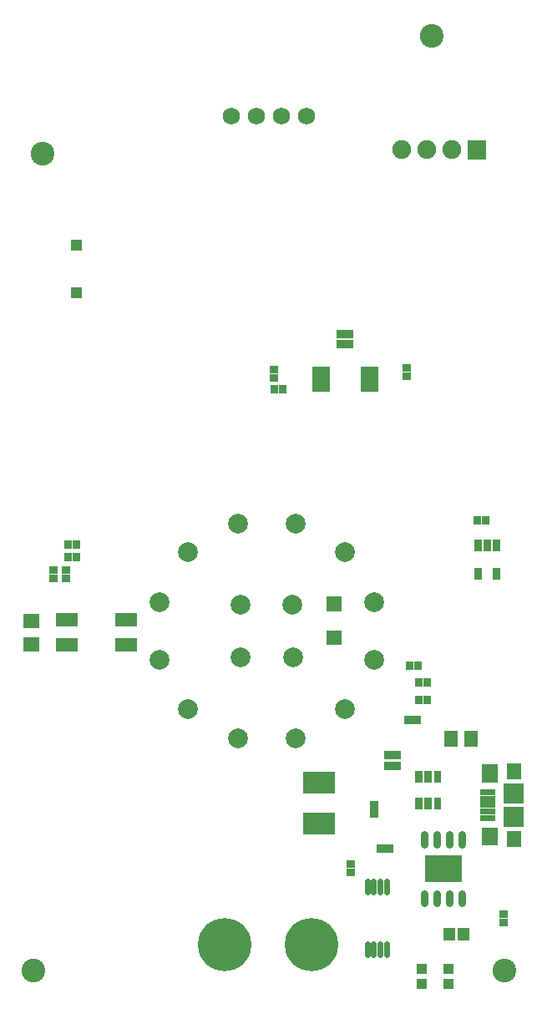
<source format=gbs>
G04 Layer: BottomSolderMaskLayer*
G04 EasyEDA v6.2.46, 2019-12-15T14:12:23+01:00*
G04 62ef9a7e5eba40e79a6bb794ca2fffcb,674c0623d3a246009f606e19fc16e94a,10*
G04 Gerber Generator version 0.2*
G04 Scale: 100 percent, Rotated: No, Reflected: No *
G04 Dimensions in millimeters *
G04 leading zeros omitted , absolute positions ,3 integer and 3 decimal *
%FSLAX33Y33*%
%MOMM*%
G90*
G71D02*

%ADD68C,2.003196*%
%ADD71C,1.727200*%
%ADD75C,5.403190*%
%ADD80C,1.903197*%
%ADD81C,2.403196*%
%ADD82C,0.803199*%
%ADD83C,0.603199*%
%ADD86R,2.103120X2.103120*%

%LPD*%
G54D82*
G01X43434Y16111D02*
G01X43434Y17111D01*
G01X44704Y16111D02*
G01X44704Y17111D01*
G01X45974Y16111D02*
G01X45974Y17111D01*
G01X47244Y16111D02*
G01X47244Y17111D01*
G01X43434Y10168D02*
G01X43434Y11168D01*
G01X44704Y10168D02*
G01X44704Y11168D01*
G01X45974Y10168D02*
G01X45974Y11168D01*
G01X47244Y10168D02*
G01X47244Y11168D01*
G54D83*
G01X39583Y4936D02*
G01X39583Y6036D01*
G01X38933Y4936D02*
G01X38933Y6036D01*
G01X38282Y4936D02*
G01X38282Y6036D01*
G01X37632Y4936D02*
G01X37632Y6036D01*
G01X39583Y11337D02*
G01X39583Y12437D01*
G01X38933Y11337D02*
G01X38933Y12437D01*
G01X38282Y11337D02*
G01X38282Y12437D01*
G01X37632Y11337D02*
G01X37632Y12437D01*
G36*
G01X49276Y22415D02*
G01X49276Y24219D01*
G01X50878Y24219D01*
G01X50878Y22415D01*
G01X49276Y22415D01*
G37*
G36*
G01X49276Y16014D02*
G01X49276Y17818D01*
G01X50878Y17818D01*
G01X50878Y16014D01*
G01X49276Y16014D01*
G37*
G36*
G01X51762Y22717D02*
G01X51762Y24371D01*
G01X53266Y24371D01*
G01X53266Y22717D01*
G01X51762Y22717D01*
G37*
G36*
G01X51762Y15859D02*
G01X51762Y17513D01*
G01X53266Y17513D01*
G01X53266Y15859D01*
G01X51762Y15859D01*
G37*
G54D86*
G01X52514Y21310D03*
G01X52514Y18923D03*
G36*
G01X49072Y21110D02*
G01X49072Y21712D01*
G01X50624Y21712D01*
G01X50624Y21110D01*
G01X49072Y21110D01*
G37*
G36*
G01X49072Y18519D02*
G01X49072Y19121D01*
G01X50624Y19121D01*
G01X50624Y18519D01*
G01X49072Y18519D01*
G37*
G36*
G01X49072Y20475D02*
G01X49072Y21077D01*
G01X50624Y21077D01*
G01X50624Y20475D01*
G01X49072Y20475D01*
G37*
G36*
G01X49072Y19154D02*
G01X49072Y19756D01*
G01X50624Y19756D01*
G01X50624Y19154D01*
G01X49072Y19154D01*
G37*
G36*
G01X49072Y19814D02*
G01X49072Y20416D01*
G01X50624Y20416D01*
G01X50624Y19814D01*
G01X49072Y19814D01*
G37*
G36*
G01X43487Y12288D02*
G01X43487Y14991D01*
G01X47190Y14991D01*
G01X47190Y12288D01*
G01X43487Y12288D01*
G37*
G36*
G01X45369Y6383D02*
G01X45369Y7688D01*
G01X46573Y7688D01*
G01X46573Y6383D01*
G01X45369Y6383D01*
G37*
G36*
G01X46769Y6383D02*
G01X46769Y7688D01*
G01X47972Y7688D01*
G01X47972Y6383D01*
G01X46769Y6383D01*
G37*
G36*
G01X47452Y26012D02*
G01X47452Y27683D01*
G01X48813Y27683D01*
G01X48813Y26012D01*
G01X47452Y26012D01*
G37*
G36*
G01X45420Y26012D02*
G01X45420Y27683D01*
G01X46781Y27683D01*
G01X46781Y26012D01*
G01X45420Y26012D01*
G37*
G36*
G01X51008Y8666D02*
G01X51008Y9469D01*
G01X51861Y9469D01*
G01X51861Y8666D01*
G01X51008Y8666D01*
G37*
G36*
G01X51008Y7818D02*
G01X51008Y8620D01*
G01X51861Y8620D01*
G01X51861Y7818D01*
G01X51008Y7818D01*
G37*
G36*
G01X37927Y18867D02*
G01X37927Y19669D01*
G01X38780Y19669D01*
G01X38780Y18867D01*
G01X37927Y18867D01*
G37*
G36*
G01X37927Y19715D02*
G01X37927Y20518D01*
G01X38780Y20518D01*
G01X38780Y19715D01*
G01X37927Y19715D01*
G37*
G36*
G01X35514Y12898D02*
G01X35514Y13700D01*
G01X36367Y13700D01*
G01X36367Y12898D01*
G01X35514Y12898D01*
G37*
G36*
G01X35514Y13746D02*
G01X35514Y14549D01*
G01X36367Y14549D01*
G01X36367Y13746D01*
G01X35514Y13746D01*
G37*
G36*
G01X39476Y15245D02*
G01X39476Y16098D01*
G01X40279Y16098D01*
G01X40279Y15245D01*
G01X39476Y15245D01*
G37*
G36*
G01X38628Y15245D02*
G01X38628Y16098D01*
G01X39430Y16098D01*
G01X39430Y15245D01*
G01X38628Y15245D01*
G37*
G36*
G01X39390Y23627D02*
G01X39390Y24480D01*
G01X40192Y24480D01*
G01X40192Y23627D01*
G01X39390Y23627D01*
G37*
G36*
G01X40238Y23627D02*
G01X40238Y24480D01*
G01X41041Y24480D01*
G01X41041Y23627D01*
G01X40238Y23627D01*
G37*
G36*
G01X39390Y24770D02*
G01X39390Y25623D01*
G01X40192Y25623D01*
G01X40192Y24770D01*
G01X39390Y24770D01*
G37*
G36*
G01X40238Y24770D02*
G01X40238Y25623D01*
G01X41041Y25623D01*
G01X41041Y24770D01*
G01X40238Y24770D01*
G37*
G36*
G01X42674Y2972D02*
G01X42674Y3985D01*
G01X43688Y3985D01*
G01X43688Y2972D01*
G01X42674Y2972D01*
G37*
G36*
G01X42674Y1448D02*
G01X42674Y2461D01*
G01X43688Y2461D01*
G01X43688Y1448D01*
G01X42674Y1448D01*
G37*
G36*
G01X45341Y2972D02*
G01X45341Y3985D01*
G01X46355Y3985D01*
G01X46355Y2972D01*
G01X45341Y2972D01*
G37*
G36*
G01X45341Y1448D02*
G01X45341Y2461D01*
G01X46355Y2461D01*
G01X46355Y1448D01*
G01X45341Y1448D01*
G37*
G36*
G01X42489Y22390D02*
G01X42489Y23594D01*
G01X43240Y23594D01*
G01X43240Y22390D01*
G01X42489Y22390D01*
G37*
G36*
G01X43439Y22390D02*
G01X43439Y23594D01*
G01X44190Y23594D01*
G01X44190Y22390D01*
G01X43439Y22390D01*
G37*
G36*
G01X44389Y22390D02*
G01X44389Y23594D01*
G01X45140Y23594D01*
G01X45140Y22390D01*
G01X44389Y22390D01*
G37*
G36*
G01X44389Y19690D02*
G01X44389Y20894D01*
G01X45140Y20894D01*
G01X45140Y19690D01*
G01X44389Y19690D01*
G37*
G36*
G01X42489Y19690D02*
G01X42489Y20894D01*
G01X43240Y20894D01*
G01X43240Y19690D01*
G01X42489Y19690D01*
G37*
G36*
G01X43439Y19690D02*
G01X43439Y20894D01*
G01X44190Y20894D01*
G01X44190Y19690D01*
G01X43439Y19690D01*
G37*
G36*
G01X33538Y36334D02*
G01X33538Y37838D01*
G01X35041Y37838D01*
G01X35041Y36334D01*
G01X33538Y36334D01*
G37*
G36*
G01X33538Y39733D02*
G01X33538Y41237D01*
G01X35041Y41237D01*
G01X35041Y39733D01*
G01X33538Y39733D01*
G37*
G36*
G01X12105Y35671D02*
G01X12105Y37074D01*
G01X14310Y37074D01*
G01X14310Y35671D01*
G01X12105Y35671D01*
G37*
G36*
G01X12105Y38211D02*
G01X12105Y39614D01*
G01X14310Y39614D01*
G01X14310Y38211D01*
G01X12105Y38211D01*
G37*
G36*
G01X6106Y38211D02*
G01X6106Y39614D01*
G01X8310Y39614D01*
G01X8310Y38211D01*
G01X6106Y38211D01*
G37*
G36*
G01X6106Y35671D02*
G01X6106Y37074D01*
G01X8310Y37074D01*
G01X8310Y35671D01*
G01X6106Y35671D01*
G37*
G36*
G01X2753Y38084D02*
G01X2753Y39487D01*
G01X4358Y39487D01*
G01X4358Y38084D01*
G01X2753Y38084D01*
G37*
G36*
G01X2753Y35684D02*
G01X2753Y37086D01*
G01X4358Y37086D01*
G01X4358Y35684D01*
G01X2753Y35684D01*
G37*
G36*
G01X37007Y64043D02*
G01X37007Y64551D01*
G01X38760Y64551D01*
G01X38760Y64043D01*
G01X37007Y64043D01*
G37*
G36*
G01X37007Y63543D02*
G01X37007Y64051D01*
G01X38760Y64051D01*
G01X38760Y63543D01*
G01X37007Y63543D01*
G37*
G36*
G01X37007Y63043D02*
G01X37007Y63551D01*
G01X38760Y63551D01*
G01X38760Y63043D01*
G01X37007Y63043D01*
G37*
G36*
G01X37007Y62542D02*
G01X37007Y63050D01*
G01X38760Y63050D01*
G01X38760Y62542D01*
G01X37007Y62542D01*
G37*
G36*
G01X37007Y62042D02*
G01X37007Y62550D01*
G01X38760Y62550D01*
G01X38760Y62042D01*
G01X37007Y62042D01*
G37*
G36*
G01X32105Y62042D02*
G01X32105Y62550D01*
G01X33858Y62550D01*
G01X33858Y62042D01*
G01X32105Y62042D01*
G37*
G36*
G01X32105Y62542D02*
G01X32105Y63050D01*
G01X33858Y63050D01*
G01X33858Y62542D01*
G01X32105Y62542D01*
G37*
G36*
G01X32105Y63043D02*
G01X32105Y63551D01*
G01X33858Y63551D01*
G01X33858Y63043D01*
G01X32105Y63043D01*
G37*
G36*
G01X32105Y63543D02*
G01X32105Y64051D01*
G01X33858Y64051D01*
G01X33858Y63543D01*
G01X32105Y63543D01*
G37*
G36*
G01X32105Y64043D02*
G01X32105Y64551D01*
G01X33858Y64551D01*
G01X33858Y64043D01*
G01X32105Y64043D01*
G37*
G36*
G01X27767Y63022D02*
G01X27767Y63825D01*
G01X28620Y63825D01*
G01X28620Y63022D01*
G01X27767Y63022D01*
G37*
G36*
G01X27767Y63871D02*
G01X27767Y64673D01*
G01X28620Y64673D01*
G01X28620Y63871D01*
G01X27767Y63871D01*
G37*
G36*
G01X27833Y61854D02*
G01X27833Y62707D01*
G01X28635Y62707D01*
G01X28635Y61854D01*
G01X27833Y61854D01*
G37*
G36*
G01X28681Y61854D02*
G01X28681Y62707D01*
G01X29484Y62707D01*
G01X29484Y61854D01*
G01X28681Y61854D01*
G37*
G36*
G01X34564Y66426D02*
G01X34564Y67279D01*
G01X35366Y67279D01*
G01X35366Y66426D01*
G01X34564Y66426D01*
G37*
G36*
G01X35412Y66426D02*
G01X35412Y67279D01*
G01X36215Y67279D01*
G01X36215Y66426D01*
G01X35412Y66426D01*
G37*
G36*
G01X41229Y64038D02*
G01X41229Y64841D01*
G01X42082Y64841D01*
G01X42082Y64038D01*
G01X41229Y64038D01*
G37*
G36*
G01X41229Y63190D02*
G01X41229Y63992D01*
G01X42082Y63992D01*
G01X42082Y63190D01*
G01X41229Y63190D01*
G37*
G36*
G01X34564Y67442D02*
G01X34564Y68295D01*
G01X35366Y68295D01*
G01X35366Y67442D01*
G01X34564Y67442D01*
G37*
G36*
G01X35412Y67442D02*
G01X35412Y68295D01*
G01X36215Y68295D01*
G01X36215Y67442D01*
G01X35412Y67442D01*
G37*
G36*
G01X48468Y45854D02*
G01X48468Y47058D01*
G01X49222Y47058D01*
G01X49222Y45854D01*
G01X48468Y45854D01*
G37*
G36*
G01X49408Y45854D02*
G01X49408Y47058D01*
G01X50162Y47058D01*
G01X50162Y45854D01*
G01X49408Y45854D01*
G37*
G36*
G01X50347Y45854D02*
G01X50347Y47058D01*
G01X51102Y47058D01*
G01X51102Y45854D01*
G01X50347Y45854D01*
G37*
G36*
G01X50347Y42959D02*
G01X50347Y44163D01*
G01X51102Y44163D01*
G01X51102Y42959D01*
G01X50347Y42959D01*
G37*
G36*
G01X48468Y42959D02*
G01X48468Y44163D01*
G01X49222Y44163D01*
G01X49222Y42959D01*
G01X48468Y42959D01*
G37*
G36*
G01X49255Y48519D02*
G01X49255Y49372D01*
G01X50058Y49372D01*
G01X50058Y48519D01*
G01X49255Y48519D01*
G37*
G36*
G01X48407Y48519D02*
G01X48407Y49372D01*
G01X49209Y49372D01*
G01X49209Y48519D01*
G01X48407Y48519D01*
G37*
G36*
G01X7769Y46106D02*
G01X7769Y46959D01*
G01X8572Y46959D01*
G01X8572Y46106D01*
G01X7769Y46106D01*
G37*
G36*
G01X6921Y46106D02*
G01X6921Y46959D01*
G01X7724Y46959D01*
G01X7724Y46106D01*
G01X6921Y46106D01*
G37*
G36*
G01X6921Y44836D02*
G01X6921Y45689D01*
G01X7724Y45689D01*
G01X7724Y44836D01*
G01X6921Y44836D01*
G37*
G36*
G01X7769Y44836D02*
G01X7769Y45689D01*
G01X8572Y45689D01*
G01X8572Y44836D01*
G01X7769Y44836D01*
G37*
G36*
G01X5415Y43551D02*
G01X5415Y44353D01*
G01X6268Y44353D01*
G01X6268Y43551D01*
G01X5415Y43551D01*
G37*
G36*
G01X5415Y42702D02*
G01X5415Y43505D01*
G01X6268Y43505D01*
G01X6268Y42702D01*
G01X5415Y42702D01*
G37*
G36*
G01X6685Y42702D02*
G01X6685Y43505D01*
G01X7538Y43505D01*
G01X7538Y42702D01*
G01X6685Y42702D01*
G37*
G36*
G01X6685Y43551D02*
G01X6685Y44353D01*
G01X7538Y44353D01*
G01X7538Y43551D01*
G01X6685Y43551D01*
G37*
G36*
G01X42481Y30358D02*
G01X42481Y31211D01*
G01X43284Y31211D01*
G01X43284Y30358D01*
G01X42481Y30358D01*
G37*
G36*
G01X43329Y30358D02*
G01X43329Y31211D01*
G01X44132Y31211D01*
G01X44132Y30358D01*
G01X43329Y30358D01*
G37*
G36*
G01X42270Y28326D02*
G01X42270Y29179D01*
G01X43073Y29179D01*
G01X43073Y28326D01*
G01X42270Y28326D01*
G37*
G36*
G01X41422Y28326D02*
G01X41422Y29179D01*
G01X42224Y29179D01*
G01X42224Y28326D01*
G01X41422Y28326D01*
G37*
G36*
G01X42397Y33787D02*
G01X42397Y34640D01*
G01X43200Y34640D01*
G01X43200Y33787D01*
G01X42397Y33787D01*
G37*
G36*
G01X41549Y33787D02*
G01X41549Y34640D01*
G01X42351Y34640D01*
G01X42351Y33787D01*
G01X41549Y33787D01*
G37*
G36*
G01X43329Y32136D02*
G01X43329Y32989D01*
G01X44132Y32989D01*
G01X44132Y32136D01*
G01X43329Y32136D01*
G37*
G36*
G01X42481Y32136D02*
G01X42481Y32989D01*
G01X43284Y32989D01*
G01X43284Y32136D01*
G01X42481Y32136D01*
G37*
G36*
G01X31163Y21300D02*
G01X31163Y23505D01*
G01X34368Y23505D01*
G01X34368Y21300D01*
G01X31163Y21300D01*
G37*
G36*
G01X31163Y17109D02*
G01X31163Y19314D01*
G01X34368Y19314D01*
G01X34368Y17109D01*
G01X31163Y17109D01*
G37*
G54D68*
G01X30346Y48638D03*
G01X35388Y45726D03*
G01X38297Y40684D03*
G01X38297Y34851D03*
G01X35388Y29814D03*
G01X30346Y26903D03*
G01X24516Y26905D03*
G01X19479Y29815D03*
G01X16568Y34855D03*
G01X16567Y40689D03*
G01X19476Y45720D03*
G01X24519Y48634D03*
G01X30078Y40415D03*
G01X30109Y35094D03*
G01X24762Y35098D03*
G01X24792Y40409D03*
G54D71*
G01X23876Y89967D03*
G01X26416Y89967D03*
G01X28956Y89967D03*
G01X31496Y89967D03*
G36*
G01X7574Y71478D02*
G01X7574Y72588D01*
G01X8684Y72588D01*
G01X8684Y71478D01*
G01X7574Y71478D01*
G37*
G36*
G01X7574Y76355D02*
G01X7574Y77465D01*
G01X8684Y77465D01*
G01X8684Y76355D01*
G01X7574Y76355D01*
G37*
G54D75*
G01X23183Y5999D03*
G01X32004Y5999D03*
G36*
G01X47815Y85585D02*
G01X47815Y87490D01*
G01X49720Y87490D01*
G01X49720Y85585D01*
G01X47815Y85585D01*
G37*
G54D80*
G01X46228Y86538D03*
G01X43688Y86538D03*
G01X41148Y86538D03*
G54D81*
G01X51562Y3353D03*
G01X3810Y3353D03*
G01X44196Y98095D03*
G01X4699Y86157D03*
M00*
M02*

</source>
